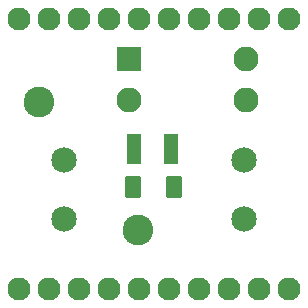
<source format=gbr>
%TF.GenerationSoftware,KiCad,Pcbnew,8.0.7*%
%TF.CreationDate,2025-01-28T21:08:18-05:00*%
%TF.ProjectId,Circuit Power Module,43697263-7569-4742-9050-6f776572204d,rev?*%
%TF.SameCoordinates,Original*%
%TF.FileFunction,Soldermask,Top*%
%TF.FilePolarity,Negative*%
%FSLAX46Y46*%
G04 Gerber Fmt 4.6, Leading zero omitted, Abs format (unit mm)*
G04 Created by KiCad (PCBNEW 8.0.7) date 2025-01-28 21:08:18*
%MOMM*%
%LPD*%
G01*
G04 APERTURE LIST*
G04 Aperture macros list*
%AMRoundRect*
0 Rectangle with rounded corners*
0 $1 Rounding radius*
0 $2 $3 $4 $5 $6 $7 $8 $9 X,Y pos of 4 corners*
0 Add a 4 corners polygon primitive as box body*
4,1,4,$2,$3,$4,$5,$6,$7,$8,$9,$2,$3,0*
0 Add four circle primitives for the rounded corners*
1,1,$1+$1,$2,$3*
1,1,$1+$1,$4,$5*
1,1,$1+$1,$6,$7*
1,1,$1+$1,$8,$9*
0 Add four rect primitives between the rounded corners*
20,1,$1+$1,$2,$3,$4,$5,0*
20,1,$1+$1,$4,$5,$6,$7,0*
20,1,$1+$1,$6,$7,$8,$9,0*
20,1,$1+$1,$8,$9,$2,$3,0*%
G04 Aperture macros list end*
%ADD10C,1.954000*%
%ADD11R,1.158800X2.550800*%
%ADD12RoundRect,0.102000X-0.555000X-0.865000X0.555000X-0.865000X0.555000X0.865000X-0.555000X0.865000X0*%
%ADD13C,2.604000*%
%ADD14C,2.154000*%
%ADD15R,2.108200X2.108200*%
%ADD16C,2.108200*%
G04 APERTURE END LIST*
D10*
%TO.C,REF\u002A\u002A*%
X76200000Y-48260000D03*
X78740000Y-48260000D03*
X81280000Y-48260000D03*
X83820000Y-48260000D03*
X86360000Y-48260000D03*
X88900000Y-48260000D03*
X91440000Y-48260000D03*
X93980000Y-48260000D03*
X96520000Y-48260000D03*
X99060000Y-48260000D03*
%TD*%
%TO.C,REF\u002A\u002A*%
X76200000Y-25400000D03*
X78740000Y-25400000D03*
X81280000Y-25400000D03*
X83820000Y-25400000D03*
X86360000Y-25400000D03*
X88900000Y-25400000D03*
X91440000Y-25400000D03*
X93980000Y-25400000D03*
X96520000Y-25400000D03*
X99060000Y-25400000D03*
%TD*%
D11*
%TO.C,C2*%
X89070000Y-36431950D03*
X85911198Y-36431950D03*
%TD*%
D12*
%TO.C,D1*%
X89300000Y-39615850D03*
X85890000Y-39615850D03*
%TD*%
D13*
%TO.C,TP1*%
X77920000Y-32395850D03*
%TD*%
D14*
%TO.C,J2*%
X95260000Y-37305850D03*
X95260000Y-42305850D03*
%TD*%
%TO.C,J1*%
X80020000Y-42305850D03*
X80020000Y-37305850D03*
%TD*%
D15*
%TO.C,F1*%
X85557000Y-28804050D03*
D16*
X85557000Y-32207650D03*
X95463000Y-32207650D03*
X95463000Y-28804050D03*
%TD*%
D13*
%TO.C,TP2*%
X86310000Y-43255850D03*
%TD*%
M02*

</source>
